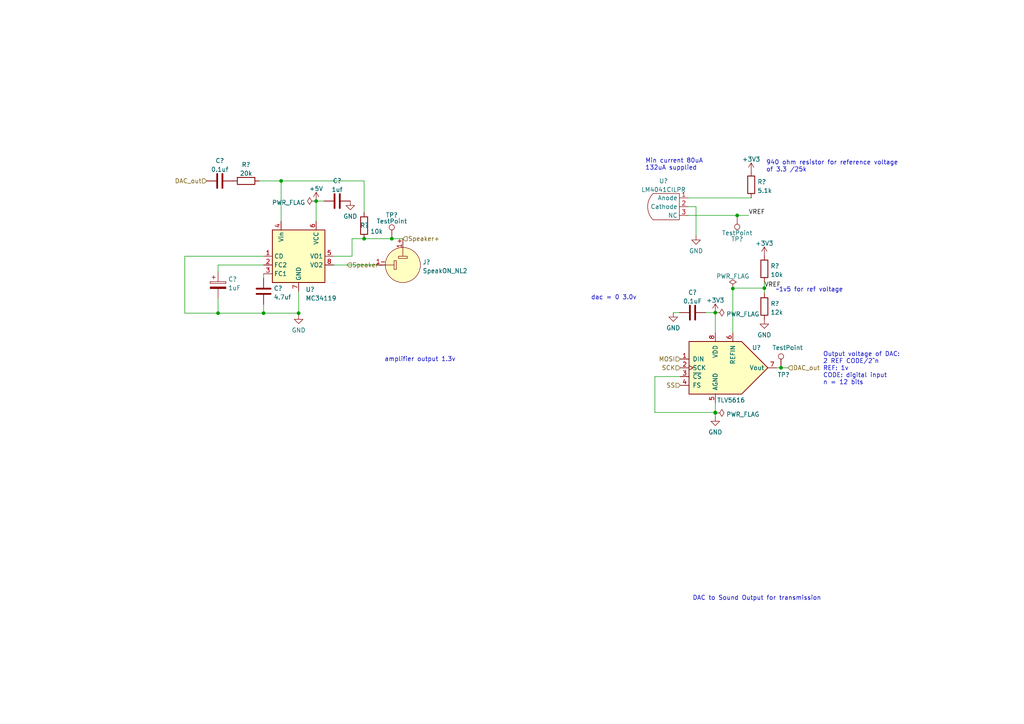
<source format=kicad_sch>
(kicad_sch (version 20211123) (generator eeschema)
  (paper "A4")
  (lib_symbols
    (symbol "Connector:SpeakON_NL2" (pin_names hide)
      (property "Reference" "J" (at 2.54 8.89 0))
      (property "Value" "SpeakON_NL2" (at 7.62 6.35 0))
      (symbol "SpeakON_NL2_0_1"
        (rectangle (start -2.54 1.27) (end -1.905 -1.27))
        (rectangle (start -1.27 2.54) (end 1.27 1.905))
        (polyline (pts (xy -5.08 0) (xy -2.54 0)))
        (polyline (pts (xy 0 5.08) (xy 0 2.54)))
        (circle (center 0 0) (radius 5.08) (fill (type background)))
        (pin passive line (at -7.62 0 0) (length 2.54) (name "1-") (number "1-"))
      )
      (symbol "SpeakON_NL2_1_1"
        (pin passive line (at 0 7.62 270) (length 2.54) (name "1+") (number "1+"))
      )
    )
    (symbol "Connector:TestPoint" (pin_numbers hide) (pin_names (offset 0.762) hide)
      (property "Reference" "TP" (at 0 6.858 0))
      (property "Value" "TestPoint" (at 0 5.08 0))
      (symbol "TestPoint_0_1"
        (circle (center 0 3.302) (radius 0.762))
      )
      (symbol "TestPoint_1_1"
        (pin passive line (at 0 0 90) (length 2.54) (name "1") (number "1"))
      )
    )
    (symbol "Device:C" (pin_numbers hide) (pin_names (offset 0.254))
      (property "Reference" "C" (at 0.635 2.54 0))
      (property "Value" "C" (at 0.635 -2.54 0))
      (symbol "C_0_1"
        (polyline (pts (xy -2.032 -0.762) (xy 2.032 -0.762)) (stroke (width 0.508)))
        (polyline (pts (xy -2.032 0.762) (xy 2.032 0.762)) (stroke (width 0.508)))
      )
      (symbol "C_1_1"
        (pin passive line (at 0 3.81 270) (length 2.794) (name "~") (number "1"))
        (pin passive line (at 0 -3.81 90) (length 2.794) (name "~") (number "2"))
      )
    )
    (symbol "Device:C_Polarized" (pin_numbers hide) (pin_names (offset 0.254))
      (property "Reference" "C" (at 0.635 2.54 0))
      (property "Value" "C_Polarized" (at 0.635 -2.54 0))
      (symbol "C_Polarized_0_1"
        (rectangle (start -2.286 0.508) (end 2.286 1.016))
        (polyline (pts (xy -1.778 2.286) (xy -0.762 2.286)))
        (polyline (pts (xy -1.27 2.794) (xy -1.27 1.778)))
        (rectangle (start 2.286 -0.508) (end -2.286 -1.016) (fill (type outline)))
      )
      (symbol "C_Polarized_1_1"
        (pin passive line (at 0 3.81 270) (length 2.794) (name "~") (number "1"))
        (pin passive line (at 0 -3.81 90) (length 2.794) (name "~") (number "2"))
      )
    )
    (symbol "Device:R" (pin_numbers hide) (pin_names (offset 0))
      (property "Reference" "R" (at 2.032 0 90))
      (property "Value" "R" (at 0 0 90))
      (symbol "R_0_1"
        (rectangle (start -1.016 -2.54) (end 1.016 2.54) (stroke (width 0.254)))
      )
      (symbol "R_1_1"
        (pin passive line (at 0 3.81 270) (length 1.27) (name "~") (number "1"))
        (pin passive line (at 0 -3.81 90) (length 1.27) (name "~") (number "2"))
      )
    )
    (symbol "HiLetGo_LCD_Screen:LM4041CILPR"
      (property "Reference" "U" (at 0 7.62 0))
      (property "Value" "LM4041CILPR" (at 0 -5.08 0))
      (symbol "LM4041CILPR_0_1"
        (arc (start -3.8101 3.81) (mid -5.3882 0) (end -3.8101 -3.81) (stroke (width 0.1524)))
        (polyline (pts (xy -3.81 3.81) (xy 3.81 3.81) (xy 3.81 -3.81) (xy -3.81 -3.81)) (stroke (width 0.1524)))
      )
      (symbol "LM4041CILPR_1_1"
        (pin input line (at 6.35 2.54 180) (length 2.54) (name "Anode") (number "1"))
        (pin input line (at 6.35 0 180) (length 2.54) (name "Cathode") (number "2"))
        (pin input line (at 6.35 -2.54 180) (length 2.54) (name "NC") (number "3"))
      )
    )
    (symbol "LHRE Component Library:MC34119"
      (property "Reference" "U" (at -7.62 10.795 0))
      (property "Value" "MC34119" (at -7.62 8.89 0))
      (symbol "MC34119_0_1"
        (rectangle (start -7.62 7.62) (end 7.62 -7.62) (stroke (width 0.254)) (fill (type background)))
      )
      (symbol "MC34119_1_1"
        (pin input line (at -10.16 0 0) (length 2.54) (name "CD") (number "1"))
        (pin input line (at -10.16 -2.54 0) (length 2.54) (name "FC2") (number "2"))
        (pin input line (at -10.16 -5.08 0) (length 2.54) (name "FC1") (number "3"))
        (pin input line (at -5.08 10.16 270) (length 2.54) (name "Vin") (number "4"))
        (pin output line (at 10.16 0 180) (length 2.54) (name "VO1") (number "5"))
        (pin power_in line (at 5.08 10.16 270) (length 2.54) (name "VCC") (number "6"))
        (pin power_in line (at 0 -10.16 90) (length 2.54) (name "GND") (number "7"))
        (pin input line (at 10.16 -2.54 180) (length 2.54) (name "VO2") (number "8"))
      )
    )
    (symbol "LHRE Component Library:TLV5616" (pin_names (offset 1.016))
      (property "Reference" "U" (at 6.35 10.795 0))
      (property "Value" "TLV5616" (at 6.35 8.89 0))
      (symbol "TLV5616_0_0"
        (polyline (pts (xy 15.24 0) (xy 7.62 7.62) (xy -7.62 7.62) (xy -7.62 -7.62) (xy 7.62 -7.62) (xy 15.24 0)) (stroke (width 0.254)) (fill (type background)))
      )
      (symbol "TLV5616_1_1"
        (pin input line (at -10.16 2.54 0) (length 2.54) (name "DIN") (number "1"))
        (pin input clock (at -10.16 0 0) (length 2.54) (name "SCK") (number "2"))
        (pin input line (at -10.16 -2.54 0) (length 2.54) (name "~{CS}") (number "3"))
        (pin input line (at -10.16 -5.08 0) (length 2.54) (name "FS") (number "4"))
        (pin power_in line (at 0 -10.16 90) (length 2.54) (name "AGND") (number "5"))
        (pin power_in line (at 5.08 10.16 270) (length 2.54) (name "REFIN") (number "6"))
        (pin output line (at 17.78 0 180) (length 2.54) (name "Vout") (number "7"))
        (pin power_in line (at 0 10.16 270) (length 2.54) (name "VDD") (number "8"))
      )
    )
    (symbol "power:+3.3V" (power) (pin_names (offset 0))
      (property "Value" "+3.3V" (at 0 3.556 0))
      (symbol "+3.3V_0_1"
        (polyline (pts (xy -0.762 1.27) (xy 0 2.54)))
        (polyline (pts (xy 0 0) (xy 0 2.54)))
        (polyline (pts (xy 0 2.54) (xy 0.762 1.27)))
      )
      (symbol "+3.3V_1_1"
        (pin power_in line (at 0 0 90) (length 0) hide (name "+3V3") (number "1"))
      )
    )
    (symbol "power:+5V" (power) (pin_names (offset 0))
      (property "Value" "+5V" (at 0 3.556 0))
      (symbol "+5V_0_1"
        (polyline (pts (xy -0.762 1.27) (xy 0 2.54)))
        (polyline (pts (xy 0 0) (xy 0 2.54)))
        (polyline (pts (xy 0 2.54) (xy 0.762 1.27)))
      )
      (symbol "+5V_1_1"
        (pin power_in line (at 0 0 90) (length 0) hide (name "+5V") (number "1"))
      )
    )
    (symbol "power:GND" (power) (pin_names (offset 0))
      (property "Value" "GND" (at 0 -3.81 0))
      (symbol "GND_0_1"
        (polyline (pts (xy 0 0) (xy 0 -1.27) (xy 1.27 -1.27) (xy 0 -2.54) (xy -1.27 -1.27) (xy 0 -1.27)))
      )
      (symbol "GND_1_1"
        (pin power_in line (at 0 0 270) (length 0) hide (name "GND") (number "1"))
      )
    )
    (symbol "power:PWR_FLAG" (power) (pin_numbers hide) (pin_names (offset 0) hide)
      (property "Value" "PWR_FLAG" (at 0 3.81 0))
      (symbol "PWR_FLAG_0_0"
        (pin power_out line (at 0 0 90) (length 0) (name "pwr") (number "1"))
      )
      (symbol "PWR_FLAG_0_1"
        (polyline (pts (xy 0 0) (xy 0 1.27) (xy -1.016 1.905) (xy 0 2.54) (xy 1.016 1.905) (xy 0 1.27)))
      )
    )
  )
  (junction (at 207.4672 119.634))
  (junction (at 212.5472 83.693))
  (junction (at 226.5172 106.68))
  (junction (at 207.4672 90.678))
  (junction (at 113.6396 69.2404))
  (junction (at 207.4672 119.761))
  (junction (at 86.614 90.8304))
  (junction (at 213.8172 62.484))
  (junction (at 221.6912 83.566))
  (junction (at 76.454 90.8304))
  (junction (at 63.246 90.8304))
  (junction (at 81.534 52.4764))
  (junction (at 91.694 58.3184))
  (junction (at 105.6132 69.2404))
  (wire (pts (xy 86.614 90.8304) (xy 86.614 91.3384)))
  (wire (pts (xy 93.98 58.3184) (xy 91.694 58.3184)))
  (wire (pts (xy 212.5472 83.566) (xy 212.5472 83.693)))
  (wire (pts (xy 53.594 74.3204) (xy 76.454 74.3204)))
  (wire (pts (xy 63.246 86.5124) (xy 63.246 90.8304)))
  (wire (pts (xy 204.6732 90.678) (xy 207.4672 90.678)))
  (wire (pts (xy 96.774 76.8604) (xy 109.22 76.8604)))
  (wire (pts (xy 76.454 90.8304) (xy 86.614 90.8304)))
  (wire (pts (xy 53.594 74.3204) (xy 53.594 90.8304)))
  (wire (pts (xy 207.4672 90.678) (xy 207.4672 96.52)))
  (wire (pts (xy 63.246 76.8604) (xy 63.246 78.8924)))
  (wire (pts (xy 76.454 88.2904) (xy 76.454 90.8304)))
  (wire (pts (xy 197.3072 109.22) (xy 189.9412 109.22)))
  (wire (pts (xy 199.5932 62.484) (xy 213.8172 62.484)))
  (wire (pts (xy 207.4672 119.761) (xy 207.4672 120.904)))
  (wire (pts (xy 75.184 52.4764) (xy 81.534 52.4764)))
  (wire (pts (xy 199.5932 59.944) (xy 201.8792 59.944)))
  (wire (pts (xy 113.6396 69.2404) (xy 116.84 69.2404)))
  (wire (pts (xy 197.0532 90.678) (xy 195.2752 90.678)))
  (wire (pts (xy 189.9412 109.22) (xy 189.9412 119.634)))
  (wire (pts (xy 207.4672 119.634) (xy 207.4672 119.761)))
  (wire (pts (xy 102.108 69.2404) (xy 105.6132 69.2404)))
  (wire (pts (xy 199.5932 57.404) (xy 217.8812 57.404)))
  (wire (pts (xy 207.4672 116.84) (xy 207.4672 119.634)))
  (wire (pts (xy 105.6132 52.4764) (xy 105.6132 61.6204)))
  (wire (pts (xy 91.694 58.3184) (xy 91.694 64.1604)))
  (wire (pts (xy 213.8172 62.484) (xy 217.1192 62.484)))
  (wire (pts (xy 221.6912 83.566) (xy 221.6912 85.09)))
  (wire (pts (xy 189.9412 119.634) (xy 207.4672 119.634)))
  (wire (pts (xy 201.8792 59.944) (xy 201.8792 68.326)))
  (wire (pts (xy 86.614 84.4804) (xy 86.614 90.8304)))
  (wire (pts (xy 102.108 74.3204) (xy 102.108 69.2404)))
  (wire (pts (xy 221.6912 83.566) (xy 212.5472 83.566)))
  (wire (pts (xy 96.774 74.3204) (xy 102.108 74.3204)))
  (wire (pts (xy 53.594 90.8304) (xy 63.246 90.8304)))
  (wire (pts (xy 76.454 79.4004) (xy 76.454 80.6704)))
  (wire (pts (xy 212.5472 83.693) (xy 212.5472 96.52)))
  (wire (pts (xy 105.6132 69.2404) (xy 113.6396 69.2404)))
  (wire (pts (xy 225.2472 106.68) (xy 226.5172 106.68)))
  (wire (pts (xy 63.246 76.8604) (xy 76.454 76.8604)))
  (wire (pts (xy 81.534 52.4764) (xy 81.534 64.1604)))
  (wire (pts (xy 226.5172 106.68) (xy 228.5492 106.68)))
  (wire (pts (xy 81.534 52.4764) (xy 105.6132 52.4764)))
  (wire (pts (xy 63.246 90.8304) (xy 76.454 90.8304)))
  (wire (pts (xy 221.6912 81.788) (xy 221.6912 83.566)))
  (text "Output voltage of DAC:\n2 REF CODE/2^n\nREF: 1v\nCODE: digital input\nn = 12 bits" (at 238.7092 111.76 0) (effects (font (size 1.27 1.27)) (justify left bottom)))
  (text "~1v5 for ref voltage" (at 224.9932 84.836 0) (effects (font (size 1.27 1.27)) (justify left bottom)))
  (text "dac = 0 3.0v" (at 171.3992 87.122 0) (effects (font (size 1.27 1.27)) (justify left bottom)))
  (text "Min current 80uA\n132uA supplied" (at 187.1472 49.53 0) (effects (font (size 1.27 1.27)) (justify left bottom)))
  (text "940 ohm resistor for reference voltage\nof 3.3 /25k" (at 222.1992 50.038 0) (effects (font (size 1.27 1.27)) (justify left bottom)))
  (text "amplifier output 1.3v" (at 111.506 105.0544 0) (effects (font (size 1.27 1.27)) (justify left bottom)))
  (text "DAC to Sound Output for transmission" (at 200.8632 174.2948 0) (effects (font (size 1.27 1.27)) (justify left bottom)))
  (label "VREF" (at 221.6912 83.566 0))
  (label "VREF" (at 217.1192 62.484 0))
  (hierarchical_label "SS" (shape input) (at 197.3072 111.76 180))
  (hierarchical_label "SCK" (shape input) (at 197.3072 106.68 180))
  (hierarchical_label "DAC_out" (shape input) (at 228.5492 106.68 0))
  (hierarchical_label "Speaker+" (shape input) (at 116.84 69.2404 0))
  (hierarchical_label "Speaker-" (shape input) (at 100.6348 76.8604 0))
  (hierarchical_label "DAC_out" (shape input) (at 59.944 52.4764 180))
  (hierarchical_label "MOSI" (shape input) (at 197.3072 104.14 180))
  (symbol (lib_id "Device:R") (at 71.374 52.4764 90) (unit 1)
    (property "Reference" "R?" (at 71.374 47.7606 90))
    (property "Value" "20k" (at 71.374 50.2975 90))
    (property "Footprint" "Resistor_SMD:R_0603_1608Metric_Pad0.98x0.95mm_HandSolder" (effects hide))
  )
  (symbol (lib_id "HiLetGo_LCD_Screen:LM4041CILPR") (at 193.2432 59.944 0) (unit 1)
    (property "Reference" "U?" (at 192.4541 52.485 0))
    (property "Value" "LM4041CILPR" (at 192.4541 55.0219 0))
    (property "Footprint" "Package_TO_SOT_SMD:SOT-23" (effects hide))
  )
  (symbol (lib_id "power:+3.3V") (at 217.8812 49.784 0) (unit 1)
    (property "Reference" "#PWR?" (effects hide))
    (property "Value" "+3.3V" (at 217.8812 46.2082 0))
  )
  (symbol (lib_id "power:GND") (at 101.6 58.3184 0) (unit 1)
    (property "Reference" "#PWR?" (effects hide))
    (property "Value" "GND" (at 101.6 62.7618 0))
  )
  (symbol (lib_id "power:PWR_FLAG") (at 207.4672 119.761 270) (unit 1)
    (property "Reference" "#FLG?" (effects hide))
    (property "Value" "PWR_FLAG" (at 210.6422 120.1948 90) (effects (justify left)))
  )
  (symbol (lib_id "Connector:TestPoint") (at 113.6396 69.2404 0) (unit 1)
    (property "Reference" "TP?" (at 113.6396 62.3824 0))
    (property "Value" "TestPoint" (at 113.6396 64.1604 0))
    (property "Footprint" "TestPoint:TestPoint_THTPad_3.0x3.0mm_Drill1.5mm" (effects hide))
  )
  (symbol (lib_id "power:GND") (at 195.2752 90.678 0) (unit 1)
    (property "Reference" "#PWR?" (effects hide))
    (property "Value" "GND" (at 195.2752 95.1214 0))
  )
  (symbol (lib_id "Device:R") (at 105.6132 65.4304 0) (unit 1)
    (property "Reference" "R?" (at 104.4448 65.3796 0) (effects (justify left)))
    (property "Value" "10k" (at 107.3912 67.1326 0) (effects (justify left)))
    (property "Footprint" "Resistor_SMD:R_0603_1608Metric_Pad0.98x0.95mm_HandSolder" (effects hide))
  )
  (symbol (lib_id "power:PWR_FLAG") (at 212.5472 83.693 0) (unit 1)
    (property "Reference" "#FLG?" (effects hide))
    (property "Value" "PWR_FLAG" (at 212.5472 80.1172 0))
  )
  (symbol (lib_id "power:+5V") (at 91.694 58.3184 0) (unit 1)
    (property "Reference" "#PWR?" (effects hide))
    (property "Value" "+5V" (at 91.694 54.7426 0))
  )
  (symbol (lib_id "power:+3.3V") (at 207.4672 90.678 0) (unit 1)
    (property "Reference" "#PWR?" (effects hide))
    (property "Value" "+3.3V" (at 207.4672 87.1022 0))
  )
  (symbol (lib_id "Device:R") (at 221.6912 88.9 0) (unit 1)
    (property "Reference" "R?" (at 223.4692 88.0653 0) (effects (justify left)))
    (property "Value" "12k" (at 223.4692 90.6022 0) (effects (justify left)))
    (property "Footprint" "Resistor_SMD:R_0603_1608Metric_Pad0.98x0.95mm_HandSolder" (effects hide))
  )
  (symbol (lib_id "Connector:TestPoint") (at 226.5172 106.68 0) (unit 1)
    (property "Reference" "TP?" (at 225.5012 108.712 0) (effects (justify left)))
    (property "Value" "TestPoint" (at 223.9772 100.838 0) (effects (justify left)))
    (property "Footprint" "TestPoint:TestPoint_THTPad_3.0x3.0mm_Drill1.5mm" (effects hide))
  )
  (symbol (lib_id "power:+3.3V") (at 221.6912 74.168 0) (unit 1)
    (property "Reference" "#PWR?" (effects hide))
    (property "Value" "+3.3V" (at 221.6912 70.5922 0))
  )
  (symbol (lib_id "Device:C") (at 200.8632 90.678 270) (unit 1)
    (property "Reference" "C?" (at 200.8632 84.8192 90))
    (property "Value" "0.1uF" (at 200.8632 87.3561 90))
    (property "Footprint" "Capacitor_SMD:C_0603_1608Metric_Pad1.08x0.95mm_HandSolder" (effects hide))
  )
  (symbol (lib_id "power:PWR_FLAG") (at 91.694 58.3184 90) (unit 1)
    (property "Reference" "#FLG?" (effects hide))
    (property "Value" "PWR_FLAG" (at 88.5191 58.7522 90) (effects (justify left)))
  )
  (symbol (lib_id "LHRE Component Library:TLV5616") (at 207.4672 106.68 0) (unit 1)
    (property "Reference" "U?" (at 219.4052 100.838 0))
    (property "Value" "TLV5616" (at 212.0392 116.078 0))
    (property "Footprint" "Package_SO:SOIC-8_3.9x4.9mm_P1.27mm" (effects hide))
  )
  (symbol (lib_id "Device:C") (at 97.79 58.3184 90) (unit 1)
    (property "Reference" "C?" (at 97.79 52.4596 90))
    (property "Value" "1uf" (at 97.79 54.9965 90))
    (property "Footprint" "Capacitor_SMD:C_0603_1608Metric_Pad1.08x0.95mm_HandSolder" (effects hide))
  )
  (symbol (lib_id "Connector:TestPoint") (at 213.8172 62.484 180) (unit 1)
    (property "Reference" "TP?" (at 213.8172 69.342 0))
    (property "Value" "TestPoint" (at 213.8172 67.564 0))
    (property "Footprint" "TestPoint:TestPoint_THTPad_3.0x3.0mm_Drill1.5mm" (effects hide))
  )
  (symbol (lib_id "power:GND") (at 86.614 91.3384 0) (unit 1)
    (property "Reference" "#PWR?" (effects hide))
    (property "Value" "GND" (at 86.614 95.7818 0))
  )
  (symbol (lib_id "power:PWR_FLAG") (at 207.4672 90.678 270) (unit 1)
    (property "Reference" "#FLG?" (effects hide))
    (property "Value" "PWR_FLAG" (at 210.6422 91.1118 90) (effects (justify left)))
  )
  (symbol (lib_id "power:GND") (at 207.4672 120.904 0) (unit 1)
    (property "Reference" "#PWR?" (effects hide))
    (property "Value" "GND" (at 207.4672 125.3474 0))
  )
  (symbol (lib_id "Device:C_Polarized") (at 63.246 82.7024 0) (unit 1)
    (property "Reference" "C?" (at 66.167 80.9787 0) (effects (justify left)))
    (property "Value" "1uF" (at 66.167 83.5156 0) (effects (justify left)))
    (property "Footprint" "Capacitor_SMD:C_0603_1608Metric_Pad1.08x0.95mm_HandSolder" (effects hide))
  )
  (symbol (lib_id "Device:C") (at 76.454 84.4804 0) (unit 1)
    (property "Reference" "C?" (at 79.375 83.6457 0) (effects (justify left)))
    (property "Value" "4.7uf" (at 79.375 86.1826 0) (effects (justify left)))
    (property "Footprint" "Capacitor_SMD:C_0603_1608Metric_Pad1.08x0.95mm_HandSolder" (effects hide))
  )
  (symbol (lib_id "power:GND") (at 201.8792 68.326 0) (unit 1)
    (property "Reference" "#PWR?" (effects hide))
    (property "Value" "GND" (at 201.8792 72.7694 0))
  )
  (symbol (lib_id "Device:C") (at 63.754 52.4764 90) (unit 1)
    (property "Reference" "C?" (at 63.754 46.6176 90))
    (property "Value" "0.1uf" (at 63.754 49.1545 90))
    (property "Footprint" "Capacitor_SMD:C_0603_1608Metric_Pad1.08x0.95mm_HandSolder" (effects hide))
  )
  (symbol (lib_id "Connector:SpeakON_NL2") (at 116.84 76.8604 0) (unit 1) (on_board no)
    (property "Reference" "J?" (at 122.555 76.0257 0) (effects (justify left)))
    (property "Value" "SpeakON_NL2" (at 122.555 78.5626 0) (effects (justify left)))
    (property "Footprint" "445Library:External connection" (effects hide))
    (property "Datasheet" "http://www.neutrik.com/en/speakon/" (effects hide))
  )
  (symbol (lib_id "power:GND") (at 221.6912 92.71 0) (unit 1)
    (property "Reference" "#PWR?" (effects hide))
    (property "Value" "GND" (at 221.6912 97.1534 0))
  )
  (symbol (lib_id "Device:R") (at 217.8812 53.594 0) (unit 1)
    (property "Reference" "R?" (at 219.6592 52.7593 0) (effects (justify left)))
    (property "Value" "5.1k" (at 219.6592 55.2962 0) (effects (justify left)))
    (property "Footprint" "Resistor_SMD:R_0603_1608Metric_Pad0.98x0.95mm_HandSolder" (effects hide))
  )
  (symbol (lib_id "LHRE Component Library:MC34119") (at 86.614 74.3204 0) (unit 1)
    (property "Reference" "U?" (at 88.6334 83.9708 0) (effects (justify left)))
    (property "Value" "MC34119" (at 88.6334 86.5077 0) (effects (justify left)))
    (property "Footprint" "Package_SO:SOIC-8_3.9x4.9mm_P1.27mm" (effects hide))
  )
  (symbol (lib_id "Device:R") (at 221.6912 77.978 0) (unit 1)
    (property "Reference" "R?" (at 223.4692 77.1433 0) (effects (justify left)))
    (property "Value" "10k" (at 223.4692 79.6802 0) (effects (justify left)))
    (property "Footprint" "Resistor_SMD:R_0603_1608Metric_Pad0.98x0.95mm_HandSolder" (effects hide))
  )
)
</source>
